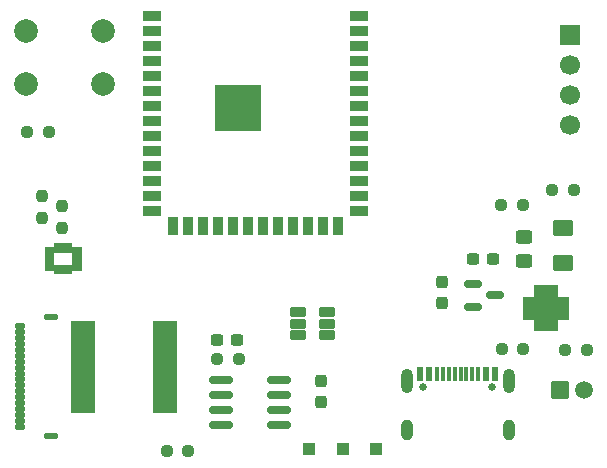
<source format=gbr>
G04 #@! TF.GenerationSoftware,KiCad,Pcbnew,9.0.7*
G04 #@! TF.CreationDate,2026-02-26T12:58:45-06:00*
G04 #@! TF.ProjectId,ImpactInsole_v1,496d7061-6374-4496-9e73-6f6c655f7631,rev?*
G04 #@! TF.SameCoordinates,Original*
G04 #@! TF.FileFunction,Soldermask,Top*
G04 #@! TF.FilePolarity,Negative*
%FSLAX46Y46*%
G04 Gerber Fmt 4.6, Leading zero omitted, Abs format (unit mm)*
G04 Created by KiCad (PCBNEW 9.0.7) date 2026-02-26 12:58:45*
%MOMM*%
%LPD*%
G01*
G04 APERTURE LIST*
G04 Aperture macros list*
%AMRoundRect*
0 Rectangle with rounded corners*
0 $1 Rounding radius*
0 $2 $3 $4 $5 $6 $7 $8 $9 X,Y pos of 4 corners*
0 Add a 4 corners polygon primitive as box body*
4,1,4,$2,$3,$4,$5,$6,$7,$8,$9,$2,$3,0*
0 Add four circle primitives for the rounded corners*
1,1,$1+$1,$2,$3*
1,1,$1+$1,$4,$5*
1,1,$1+$1,$6,$7*
1,1,$1+$1,$8,$9*
0 Add four rect primitives between the rounded corners*
20,1,$1+$1,$2,$3,$4,$5,0*
20,1,$1+$1,$4,$5,$6,$7,0*
20,1,$1+$1,$6,$7,$8,$9,0*
20,1,$1+$1,$8,$9,$2,$3,0*%
G04 Aperture macros list end*
%ADD10C,0.010000*%
%ADD11R,1.500000X0.900000*%
%ADD12R,0.900000X1.500000*%
%ADD13C,0.600000*%
%ADD14R,3.900000X3.900000*%
%ADD15R,1.000000X1.000000*%
%ADD16RoundRect,0.237500X-0.250000X-0.237500X0.250000X-0.237500X0.250000X0.237500X-0.250000X0.237500X0*%
%ADD17RoundRect,0.098000X-0.609000X-0.294000X0.609000X-0.294000X0.609000X0.294000X-0.609000X0.294000X0*%
%ADD18RoundRect,0.102000X-0.654000X-0.654000X0.654000X-0.654000X0.654000X0.654000X-0.654000X0.654000X0*%
%ADD19C,1.512000*%
%ADD20RoundRect,0.237500X0.300000X0.237500X-0.300000X0.237500X-0.300000X-0.237500X0.300000X-0.237500X0*%
%ADD21RoundRect,0.150000X-0.587500X-0.150000X0.587500X-0.150000X0.587500X0.150000X-0.587500X0.150000X0*%
%ADD22RoundRect,0.076200X0.350000X-0.150000X0.350000X0.150000X-0.350000X0.150000X-0.350000X-0.150000X0*%
%ADD23RoundRect,0.076200X0.500000X-0.150000X0.500000X0.150000X-0.500000X0.150000X-0.500000X-0.150000X0*%
%ADD24R,1.700000X1.700000*%
%ADD25C,1.700000*%
%ADD26RoundRect,0.058000X0.474000X0.174000X-0.474000X0.174000X-0.474000X-0.174000X0.474000X-0.174000X0*%
%ADD27RoundRect,0.058000X0.174000X0.474000X-0.174000X0.474000X-0.174000X-0.474000X0.174000X-0.474000X0*%
%ADD28RoundRect,0.102000X0.840000X0.840000X-0.840000X0.840000X-0.840000X-0.840000X0.840000X-0.840000X0*%
%ADD29RoundRect,0.237500X0.250000X0.237500X-0.250000X0.237500X-0.250000X-0.237500X0.250000X-0.237500X0*%
%ADD30RoundRect,0.085500X-0.966500X-0.256500X0.966500X-0.256500X0.966500X0.256500X-0.966500X0.256500X0*%
%ADD31RoundRect,0.250001X-0.624999X0.462499X-0.624999X-0.462499X0.624999X-0.462499X0.624999X0.462499X0*%
%ADD32RoundRect,0.237500X-0.237500X0.250000X-0.237500X-0.250000X0.237500X-0.250000X0.237500X0.250000X0*%
%ADD33C,0.650000*%
%ADD34R,0.600000X1.240000*%
%ADD35R,0.300000X1.240000*%
%ADD36O,1.000000X2.100000*%
%ADD37O,1.000000X1.800000*%
%ADD38RoundRect,0.250000X-0.450000X0.325000X-0.450000X-0.325000X0.450000X-0.325000X0.450000X0.325000X0*%
%ADD39C,2.000000*%
%ADD40RoundRect,0.237500X-0.237500X0.300000X-0.237500X-0.300000X0.237500X-0.300000X0.237500X0.300000X0*%
%ADD41RoundRect,0.237500X0.237500X-0.300000X0.237500X0.300000X-0.237500X0.300000X-0.237500X-0.300000X0*%
%ADD42RoundRect,0.150000X-0.825000X-0.150000X0.825000X-0.150000X0.825000X0.150000X-0.825000X0.150000X0*%
G04 APERTURE END LIST*
D10*
G04 #@! TO.C,U4*
X80935000Y-87432500D02*
X80225000Y-87432500D01*
X80225000Y-86982500D01*
X80935000Y-86982500D01*
X80935000Y-87432500D01*
G36*
X80935000Y-87432500D02*
G01*
X80225000Y-87432500D01*
X80225000Y-86982500D01*
X80935000Y-86982500D01*
X80935000Y-87432500D01*
G37*
X80935000Y-87932500D02*
X80225000Y-87932500D01*
X80225000Y-87482500D01*
X80935000Y-87482500D01*
X80935000Y-87932500D01*
G36*
X80935000Y-87932500D02*
G01*
X80225000Y-87932500D01*
X80225000Y-87482500D01*
X80935000Y-87482500D01*
X80935000Y-87932500D01*
G37*
X80935000Y-88432500D02*
X80225000Y-88432500D01*
X80225000Y-87982500D01*
X80935000Y-87982500D01*
X80935000Y-88432500D01*
G36*
X80935000Y-88432500D02*
G01*
X80225000Y-88432500D01*
X80225000Y-87982500D01*
X80935000Y-87982500D01*
X80935000Y-88432500D01*
G37*
X80935000Y-88932500D02*
X80225000Y-88932500D01*
X80225000Y-88482500D01*
X80935000Y-88482500D01*
X80935000Y-88932500D01*
G36*
X80935000Y-88932500D02*
G01*
X80225000Y-88932500D01*
X80225000Y-88482500D01*
X80935000Y-88482500D01*
X80935000Y-88932500D01*
G37*
X81465000Y-89227500D02*
X81015000Y-89227500D01*
X81015000Y-88517500D01*
X81465000Y-88517500D01*
X81465000Y-89227500D01*
G36*
X81465000Y-89227500D02*
G01*
X81015000Y-89227500D01*
X81015000Y-88517500D01*
X81465000Y-88517500D01*
X81465000Y-89227500D01*
G37*
X81465000Y-87397500D02*
X81015000Y-87397500D01*
X81015000Y-86687500D01*
X81465000Y-86687500D01*
X81465000Y-87397500D01*
G36*
X81465000Y-87397500D02*
G01*
X81015000Y-87397500D01*
X81015000Y-86687500D01*
X81465000Y-86687500D01*
X81465000Y-87397500D01*
G37*
X81965000Y-89227500D02*
X81515000Y-89227500D01*
X81515000Y-88517500D01*
X81965000Y-88517500D01*
X81965000Y-89227500D01*
G36*
X81965000Y-89227500D02*
G01*
X81515000Y-89227500D01*
X81515000Y-88517500D01*
X81965000Y-88517500D01*
X81965000Y-89227500D01*
G37*
X81965000Y-87397500D02*
X81515000Y-87397500D01*
X81515000Y-86687500D01*
X81965000Y-86687500D01*
X81965000Y-87397500D01*
G36*
X81965000Y-87397500D02*
G01*
X81515000Y-87397500D01*
X81515000Y-86687500D01*
X81965000Y-86687500D01*
X81965000Y-87397500D01*
G37*
X82465000Y-89227500D02*
X82015000Y-89227500D01*
X82015000Y-88517500D01*
X82465000Y-88517500D01*
X82465000Y-89227500D01*
G36*
X82465000Y-89227500D02*
G01*
X82015000Y-89227500D01*
X82015000Y-88517500D01*
X82465000Y-88517500D01*
X82465000Y-89227500D01*
G37*
X82465000Y-87397500D02*
X82015000Y-87397500D01*
X82015000Y-86687500D01*
X82465000Y-86687500D01*
X82465000Y-87397500D01*
G36*
X82465000Y-87397500D02*
G01*
X82015000Y-87397500D01*
X82015000Y-86687500D01*
X82465000Y-86687500D01*
X82465000Y-87397500D01*
G37*
X83255000Y-87432500D02*
X82545000Y-87432500D01*
X82545000Y-86982500D01*
X83255000Y-86982500D01*
X83255000Y-87432500D01*
G36*
X83255000Y-87432500D02*
G01*
X82545000Y-87432500D01*
X82545000Y-86982500D01*
X83255000Y-86982500D01*
X83255000Y-87432500D01*
G37*
X83255000Y-87932500D02*
X82545000Y-87932500D01*
X82545000Y-87482500D01*
X83255000Y-87482500D01*
X83255000Y-87932500D01*
G36*
X83255000Y-87932500D02*
G01*
X82545000Y-87932500D01*
X82545000Y-87482500D01*
X83255000Y-87482500D01*
X83255000Y-87932500D01*
G37*
X83255000Y-88432500D02*
X82545000Y-88432500D01*
X82545000Y-87982500D01*
X83255000Y-87982500D01*
X83255000Y-88432500D01*
G36*
X83255000Y-88432500D02*
G01*
X82545000Y-88432500D01*
X82545000Y-87982500D01*
X83255000Y-87982500D01*
X83255000Y-88432500D01*
G37*
X83255000Y-88932500D02*
X82545000Y-88932500D01*
X82545000Y-88482500D01*
X83255000Y-88482500D01*
X83255000Y-88932500D01*
G36*
X83255000Y-88932500D02*
G01*
X82545000Y-88932500D01*
X82545000Y-88482500D01*
X83255000Y-88482500D01*
X83255000Y-88932500D01*
G37*
G04 #@! TD*
D11*
G04 #@! TO.C,U6*
X89320000Y-67490000D03*
X89320000Y-68760000D03*
X89320000Y-70030000D03*
X89320000Y-71300000D03*
X89320000Y-72570000D03*
X89320000Y-73840000D03*
X89320000Y-75110000D03*
X89320000Y-76380000D03*
X89320000Y-77650000D03*
X89320000Y-78920000D03*
X89320000Y-80190000D03*
X89320000Y-81460000D03*
X89320000Y-82730000D03*
X89320000Y-84000000D03*
D12*
X91085000Y-85250000D03*
X92355000Y-85250000D03*
X93625000Y-85250000D03*
X94895000Y-85250000D03*
X96165000Y-85250000D03*
X97435000Y-85250000D03*
X98705000Y-85250000D03*
X99975000Y-85250000D03*
X101245000Y-85250000D03*
X102515000Y-85250000D03*
X103785000Y-85250000D03*
X105055000Y-85250000D03*
D11*
X106820000Y-84000000D03*
X106820000Y-82730000D03*
X106820000Y-81460000D03*
X106820000Y-80190000D03*
X106820000Y-78920000D03*
X106820000Y-77650000D03*
X106820000Y-76380000D03*
X106820000Y-75110000D03*
X106820000Y-73840000D03*
X106820000Y-72570000D03*
X106820000Y-71300000D03*
X106820000Y-70030000D03*
X106820000Y-68760000D03*
X106820000Y-67490000D03*
D13*
X95170000Y-74510000D03*
X95170000Y-75910000D03*
X95870000Y-73810000D03*
X95870000Y-75210000D03*
X95870000Y-76610000D03*
X96570000Y-74510000D03*
D14*
X96570000Y-75210000D03*
D13*
X96570000Y-75910000D03*
X97270000Y-73810000D03*
X97270000Y-75210000D03*
X97270000Y-76610000D03*
X97970000Y-74510000D03*
X97970000Y-75910000D03*
G04 #@! TD*
D15*
G04 #@! TO.C,+5V*
X108250000Y-104090000D03*
G04 #@! TD*
G04 #@! TO.C,GND*
X105445000Y-104090000D03*
G04 #@! TD*
D16*
G04 #@! TO.C,R12*
X123180000Y-82200000D03*
X125005000Y-82200000D03*
G04 #@! TD*
D17*
G04 #@! TO.C,U2*
X101645000Y-92550000D03*
X101645000Y-93500000D03*
X101645000Y-94450000D03*
X104155000Y-94450000D03*
X104155000Y-93500000D03*
X104155000Y-92550000D03*
G04 #@! TD*
D18*
G04 #@! TO.C,J2*
X123880000Y-99127500D03*
D19*
X125880000Y-99127500D03*
G04 #@! TD*
D16*
G04 #@! TO.C,R10*
X118867500Y-83460000D03*
X120692500Y-83460000D03*
G04 #@! TD*
G04 #@! TO.C,R6*
X94845000Y-96450000D03*
X96670000Y-96450000D03*
G04 #@! TD*
D20*
G04 #@! TO.C,C9*
X118182500Y-88042500D03*
X116457500Y-88042500D03*
G04 #@! TD*
D21*
G04 #@! TO.C,U7*
X116502500Y-90160000D03*
X116502500Y-92060000D03*
X118377500Y-91110000D03*
G04 #@! TD*
D15*
G04 #@! TO.C,+3v3*
X102640000Y-104090000D03*
G04 #@! TD*
D22*
G04 #@! TO.C,J1*
X78090000Y-102220000D03*
X78090000Y-101720000D03*
X78090000Y-101220000D03*
X78090000Y-100720000D03*
X78090000Y-100220000D03*
X78090000Y-99720000D03*
X78090000Y-99220000D03*
X78090000Y-98720000D03*
X78090000Y-98220000D03*
X78090000Y-97720000D03*
X78090000Y-97220000D03*
X78090000Y-96720000D03*
X78090000Y-96220000D03*
X78090000Y-95720000D03*
X78090000Y-95220000D03*
X78090000Y-94720000D03*
X78090000Y-94220000D03*
X78090000Y-93720000D03*
D23*
X80740000Y-103010000D03*
X80740000Y-92930000D03*
G04 #@! TD*
D24*
G04 #@! TO.C,J4*
X124740000Y-69020000D03*
D25*
X124740000Y-71560000D03*
X124740000Y-74100000D03*
X124740000Y-76640000D03*
G04 #@! TD*
D26*
G04 #@! TO.C,U5*
X124085000Y-92960000D03*
X124085000Y-92460000D03*
X124085000Y-91960000D03*
X124085000Y-91460000D03*
D27*
X123400000Y-90775000D03*
X122900000Y-90775000D03*
X122400000Y-90775000D03*
X121900000Y-90775000D03*
D26*
X121215000Y-91460000D03*
X121215000Y-91960000D03*
X121215000Y-92460000D03*
X121215000Y-92960000D03*
D27*
X121900000Y-93645000D03*
X122400000Y-93645000D03*
X122900000Y-93645000D03*
X123400000Y-93645000D03*
D28*
X122650000Y-92210000D03*
G04 #@! TD*
D29*
G04 #@! TO.C,R9*
X126102500Y-95770000D03*
X124277500Y-95770000D03*
G04 #@! TD*
D30*
G04 #@! TO.C,U1*
X83430000Y-93610000D03*
X83430000Y-94260000D03*
X83430000Y-94910000D03*
X83430000Y-95560000D03*
X83430000Y-96210000D03*
X83430000Y-96860000D03*
X83430000Y-97510000D03*
X83430000Y-98160000D03*
X83430000Y-98810000D03*
X83430000Y-99460000D03*
X83430000Y-100110000D03*
X83430000Y-100760000D03*
X90440000Y-100760000D03*
X90440000Y-100110000D03*
X90440000Y-99460000D03*
X90440000Y-98810000D03*
X90440000Y-98160000D03*
X90440000Y-97510000D03*
X90440000Y-96860000D03*
X90440000Y-96210000D03*
X90440000Y-95560000D03*
X90440000Y-94910000D03*
X90440000Y-94260000D03*
X90440000Y-93610000D03*
G04 #@! TD*
D31*
G04 #@! TO.C,D2*
X124140000Y-85422500D03*
X124140000Y-88397500D03*
G04 #@! TD*
D32*
G04 #@! TO.C,R1*
X79980000Y-82697500D03*
X79980000Y-84522500D03*
G04 #@! TD*
D20*
G04 #@! TO.C,C5*
X96532500Y-94920000D03*
X94807500Y-94920000D03*
G04 #@! TD*
D33*
G04 #@! TO.C,J3*
X112290000Y-98850000D03*
X118070000Y-98850000D03*
D34*
X111980000Y-97730000D03*
X112780000Y-97730000D03*
D35*
X113930000Y-97730000D03*
X114930000Y-97730000D03*
X115430000Y-97730000D03*
X116430000Y-97730000D03*
D34*
X117580000Y-97730000D03*
X118380000Y-97730000D03*
X118380000Y-97730000D03*
X117580000Y-97730000D03*
D35*
X116930000Y-97730000D03*
X115930000Y-97730000D03*
X114430000Y-97730000D03*
X113430000Y-97730000D03*
D34*
X112780000Y-97730000D03*
X111980000Y-97730000D03*
D36*
X110860000Y-98330000D03*
D37*
X110860000Y-102530000D03*
D36*
X119500000Y-98330000D03*
D37*
X119500000Y-102530000D03*
G04 #@! TD*
D38*
G04 #@! TO.C,D1*
X120780000Y-86185000D03*
X120780000Y-88235000D03*
G04 #@! TD*
D39*
G04 #@! TO.C,SW1*
X78680000Y-68690000D03*
X85180000Y-68690000D03*
X78680000Y-73190000D03*
X85180000Y-73190000D03*
G04 #@! TD*
D29*
G04 #@! TO.C,R11*
X80582500Y-77280000D03*
X78757500Y-77280000D03*
G04 #@! TD*
D40*
G04 #@! TO.C,C4*
X103600000Y-98385000D03*
X103600000Y-100110000D03*
G04 #@! TD*
D16*
G04 #@! TO.C,R8*
X118907500Y-95620000D03*
X120732500Y-95620000D03*
G04 #@! TD*
D41*
G04 #@! TO.C,C10*
X113840000Y-91732500D03*
X113840000Y-90007500D03*
G04 #@! TD*
D32*
G04 #@! TO.C,R2*
X81702500Y-83562500D03*
X81702500Y-85387500D03*
G04 #@! TD*
D42*
G04 #@! TO.C,U3*
X95115000Y-98255000D03*
X95115000Y-99525000D03*
X95115000Y-100795000D03*
X95115000Y-102065000D03*
X100065000Y-102065000D03*
X100065000Y-100795000D03*
X100065000Y-99525000D03*
X100065000Y-98255000D03*
G04 #@! TD*
D16*
G04 #@! TO.C,R5*
X90550000Y-104300000D03*
X92375000Y-104300000D03*
G04 #@! TD*
M02*

</source>
